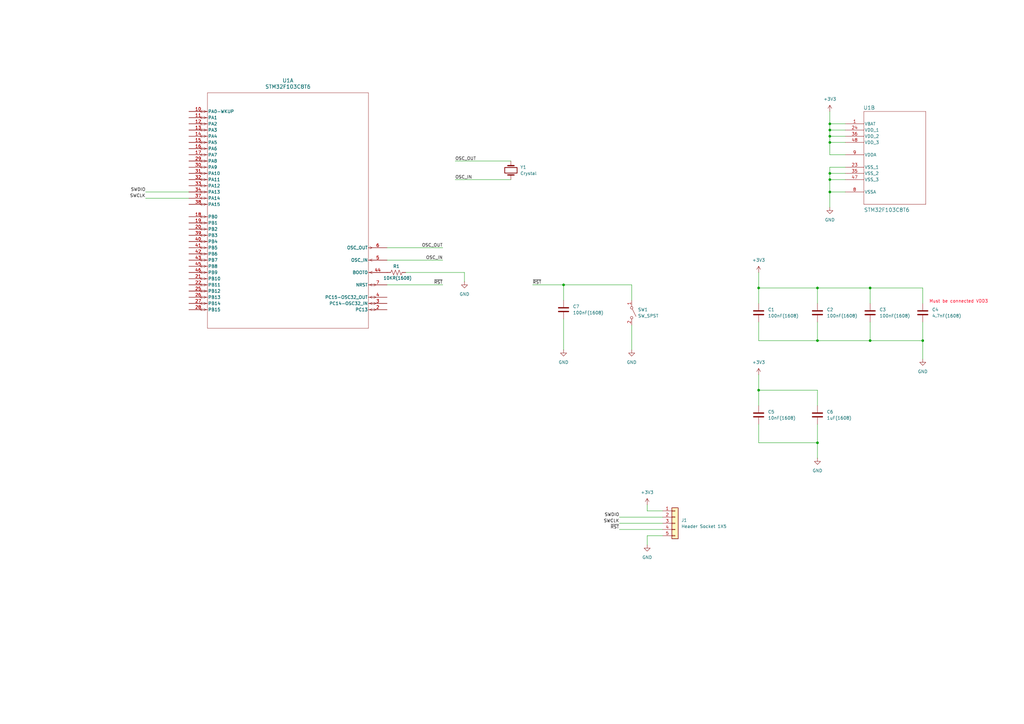
<source format=kicad_sch>
(kicad_sch (version 20250114) (generator "eeschema") (generator_version "9.0")
  (paper "A3")
  (lib_symbols
    (symbol "Connector_Generic:Conn_01x05" (pin_names (offset 1.016) (hide yes))
      (property "Reference" "J" (at 0 7.62 0))
      (property "Value" "Conn_01x05" (at 0 -7.62 0))
      (symbol "Conn_01x05_1_1"
        (rectangle (start -1.27 6.35) (end 1.27 -6.35) (stroke (width 0.254)) (fill (type background)))
        (rectangle (start -1.27 5.207) (end 0 4.953) (stroke (width 0.1524)))
        (rectangle (start -1.27 2.667) (end 0 2.413) (stroke (width 0.1524)))
        (rectangle (start -1.27 0.127) (end 0 -0.127) (stroke (width 0.1524)))
        (rectangle (start -1.27 -2.413) (end 0 -2.667) (stroke (width 0.1524)))
        (rectangle (start -1.27 -4.953) (end 0 -5.207) (stroke (width 0.1524)))
        (pin passive line (at -5.08 5.08 0) (length 3.81) (name "Pin_1") (number "1"))
        (pin passive line (at -5.08 2.54 0) (length 3.81) (name "Pin_2") (number "2"))
        (pin passive line (at -5.08 0 0) (length 3.81) (name "Pin_3") (number "3"))
        (pin passive line (at -5.08 -2.54 0) (length 3.81) (name "Pin_4") (number "4"))
        (pin passive line (at -5.08 -5.08 0) (length 3.81) (name "Pin_5") (number "5"))
      )
    )
    (symbol "Device:C" (pin_numbers (hide yes)) (pin_names (offset 0.254))
      (property "Reference" "C" (at 0.635 2.54 0))
      (property "Value" "C" (at 0.635 -2.54 0))
      (symbol "C_0_1"
        (polyline (pts (xy -2.032 0.762) (xy 2.032 0.762)) (stroke (width 0.508)))
        (polyline (pts (xy -2.032 -0.762) (xy 2.032 -0.762)) (stroke (width 0.508)))
      )
      (symbol "C_1_1"
        (pin passive line (at 0 3.81 270) (length 2.794) (name "~") (number "1"))
        (pin passive line (at 0 -3.81 90) (length 2.794) (name "~") (number "2"))
      )
    )
    (symbol "Device:Crystal" (pin_numbers (hide yes)) (pin_names (offset 1.016) (hide yes))
      (property "Reference" "Y" (at 0 3.81 0))
      (property "Value" "Crystal" (at 0 -3.81 0))
      (symbol "Crystal_0_1"
        (polyline (pts (xy -2.54 0) (xy -1.905 0)))
        (polyline (pts (xy -1.905 -1.27) (xy -1.905 1.27)) (stroke (width 0.508)))
        (rectangle (start -1.143 2.54) (end 1.143 -2.54) (stroke (width 0.3048)))
        (polyline (pts (xy 1.905 -1.27) (xy 1.905 1.27)) (stroke (width 0.508)))
        (polyline (pts (xy 2.54 0) (xy 1.905 0)))
      )
      (symbol "Crystal_1_1"
        (pin passive line (at -3.81 0 0) (length 1.27) (name "1") (number "1"))
        (pin passive line (at 3.81 0 180) (length 1.27) (name "2") (number "2"))
      )
    )
    (symbol "Device:R_US" (pin_numbers (hide yes)) (pin_names (offset 0))
      (property "Reference" "R" (at 2.54 0 90))
      (property "Value" "R_US" (at -2.54 0 90))
      (symbol "R_US_0_1"
        (polyline (pts (xy 0 2.286) (xy 0 2.54)))
        (polyline (pts (xy 0 2.286) (xy 1.016 1.905) (xy 0 1.524) (xy -1.016 1.143) (xy 0 0.762)))
        (polyline (pts (xy 0 0.762) (xy 1.016 0.381) (xy 0 0) (xy -1.016 -0.381) (xy 0 -0.762)))
        (polyline (pts (xy 0 -0.762) (xy 1.016 -1.143) (xy 0 -1.524) (xy -1.016 -1.905) (xy 0 -2.286)))
        (polyline (pts (xy 0 -2.286) (xy 0 -2.54)))
      )
      (symbol "R_US_1_1"
        (pin passive line (at 0 3.81 270) (length 1.27) (name "~") (number "1"))
        (pin passive line (at 0 -3.81 90) (length 1.27) (name "~") (number "2"))
      )
    )
    (symbol "Switch:SW_SPST" (pin_names (offset 0) (hide yes))
      (property "Reference" "SW" (at 0 3.175 0))
      (property "Value" "SW_SPST" (at 0 -2.54 0))
      (symbol "SW_SPST_0_0"
        (circle (center -2.032 0) (radius 0.508))
        (polyline (pts (xy -1.524 0.254) (xy 1.524 1.778)))
        (circle (center 2.032 0) (radius 0.508))
      )
      (symbol "SW_SPST_1_1"
        (pin passive line (at -5.08 0 0) (length 2.54) (name "A") (number "1"))
        (pin passive line (at 5.08 0 180) (length 2.54) (name "B") (number "2"))
      )
    )
    (symbol "Test_library:STM32F103C8T6" (pin_names (offset 0.254))
      (property "Reference" "U" (at 40.64 12.7 0))
      (property "Value" "STM32F103C8T6" (at 40.64 10.16 0))
      (symbol "STM32F103C8T6_1_1"
        (polyline (pts (xy 5.5372 0.5207) (xy 4.4958 0)) (stroke (width 0.127)))
        (polyline (pts (xy 5.5372 -0.5207) (xy 4.4958 0)) (stroke (width 0.127)))
        (polyline (pts (xy 5.5372 -2.0193) (xy 4.4958 -2.54)) (stroke (width 0.127)))
        (polyline (pts (xy 5.5372 -3.0607) (xy 4.4958 -2.54)) (stroke (width 0.127)))
        (polyline (pts (xy 5.5372 -4.5593) (xy 4.4958 -5.08)) (stroke (width 0.127)))
        (polyline (pts (xy 5.5372 -5.6007) (xy 4.4958 -5.08)) (stroke (width 0.127)))
        (polyline (pts (xy 5.5372 -7.0993) (xy 4.4958 -7.62)) (stroke (width 0.127)))
        (polyline (pts (xy 5.5372 -8.1407) (xy 4.4958 -7.62)) (stroke (width 0.127)))
        (polyline (pts (xy 5.5372 -9.6393) (xy 4.4958 -10.16)) (stroke (width 0.127)))
        (polyline (pts (xy 5.5372 -10.6807) (xy 4.4958 -10.16)) (stroke (width 0.127)))
        (polyline (pts (xy 5.5372 -12.1793) (xy 4.4958 -12.7)) (stroke (width 0.127)))
        (polyline (pts (xy 5.5372 -13.2207) (xy 4.4958 -12.7)) (stroke (width 0.127)))
        (polyline (pts (xy 5.5372 -14.7193) (xy 4.4958 -15.24)) (stroke (width 0.127)))
        (polyline (pts (xy 5.5372 -15.7607) (xy 4.4958 -15.24)) (stroke (width 0.127)))
        (polyline (pts (xy 5.5372 -17.2593) (xy 4.4958 -17.78)) (stroke (width 0.127)))
        (polyline (pts (xy 5.5372 -18.3007) (xy 4.4958 -17.78)) (stroke (width 0.127)))
        (polyline (pts (xy 5.5372 -19.7993) (xy 4.4958 -20.32)) (stroke (width 0.127)))
        (polyline (pts (xy 5.5372 -20.8407) (xy 4.4958 -20.32)) (stroke (width 0.127)))
        (polyline (pts (xy 5.5372 -22.3393) (xy 4.4958 -22.86)) (stroke (width 0.127)))
        (polyline (pts (xy 5.5372 -23.3807) (xy 4.4958 -22.86)) (stroke (width 0.127)))
        (polyline (pts (xy 5.5372 -24.8793) (xy 4.4958 -25.4)) (stroke (width 0.127)))
        (polyline (pts (xy 5.5372 -25.9207) (xy 4.4958 -25.4)) (stroke (width 0.127)))
        (polyline (pts (xy 5.5372 -27.4193) (xy 4.4958 -27.94)) (stroke (width 0.127)))
        (polyline (pts (xy 5.5372 -28.4607) (xy 4.4958 -27.94)) (stroke (width 0.127)))
        (polyline (pts (xy 5.5372 -29.9593) (xy 4.4958 -30.48)) (stroke (width 0.127)))
        (polyline (pts (xy 5.5372 -31.0007) (xy 4.4958 -30.48)) (stroke (width 0.127)))
        (polyline (pts (xy 5.5372 -32.4993) (xy 4.4958 -33.02)) (stroke (width 0.127)))
        (polyline (pts (xy 5.5372 -33.5407) (xy 4.4958 -33.02)) (stroke (width 0.127)))
        (polyline (pts (xy 5.5372 -35.0393) (xy 4.4958 -35.56)) (stroke (width 0.127)))
        (polyline (pts (xy 5.5372 -36.0807) (xy 4.4958 -35.56)) (stroke (width 0.127)))
        (polyline (pts (xy 5.5372 -37.5793) (xy 4.4958 -38.1)) (stroke (width 0.127)))
        (polyline (pts (xy 5.5372 -38.6207) (xy 4.4958 -38.1)) (stroke (width 0.127)))
        (polyline (pts (xy 5.5372 -42.6593) (xy 4.4958 -43.18)) (stroke (width 0.127)))
        (polyline (pts (xy 5.5372 -43.7007) (xy 4.4958 -43.18)) (stroke (width 0.127)))
        (polyline (pts (xy 5.5372 -45.1993) (xy 4.4958 -45.72)) (stroke (width 0.127)))
        (polyline (pts (xy 5.5372 -46.2407) (xy 4.4958 -45.72)) (stroke (width 0.127)))
        (polyline (pts (xy 5.5372 -47.7393) (xy 4.4958 -48.26)) (stroke (width 0.127)))
        (polyline (pts (xy 5.5372 -48.7807) (xy 4.4958 -48.26)) (stroke (width 0.127)))
        (polyline (pts (xy 5.5372 -50.2793) (xy 4.4958 -50.8)) (stroke (width 0.127)))
        (polyline (pts (xy 5.5372 -51.3207) (xy 4.4958 -50.8)) (stroke (width 0.127)))
        (polyline (pts (xy 5.5372 -52.8193) (xy 4.4958 -53.34)) (stroke (width 0.127)))
        (polyline (pts (xy 5.5372 -53.8607) (xy 4.4958 -53.34)) (stroke (width 0.127)))
        (polyline (pts (xy 5.5372 -55.3593) (xy 4.4958 -55.88)) (stroke (width 0.127)))
        (polyline (pts (xy 5.5372 -56.4007) (xy 4.4958 -55.88)) (stroke (width 0.127)))
        (polyline (pts (xy 5.5372 -57.8993) (xy 4.4958 -58.42)) (stroke (width 0.127)))
        (polyline (pts (xy 5.5372 -58.9407) (xy 4.4958 -58.42)) (stroke (width 0.127)))
        (polyline (pts (xy 5.5372 -60.4393) (xy 4.4958 -60.96)) (stroke (width 0.127)))
        (polyline (pts (xy 5.5372 -61.4807) (xy 4.4958 -60.96)) (stroke (width 0.127)))
        (polyline (pts (xy 5.5372 -62.9793) (xy 4.4958 -63.5)) (stroke (width 0.127)))
        (polyline (pts (xy 5.5372 -64.0207) (xy 4.4958 -63.5)) (stroke (width 0.127)))
        (polyline (pts (xy 5.5372 -65.5193) (xy 4.4958 -66.04)) (stroke (width 0.127)))
        (polyline (pts (xy 5.5372 -66.5607) (xy 4.4958 -66.04)) (stroke (width 0.127)))
        (polyline (pts (xy 5.5372 -68.0593) (xy 4.4958 -68.58)) (stroke (width 0.127)))
        (polyline (pts (xy 5.5372 -69.1007) (xy 4.4958 -68.58)) (stroke (width 0.127)))
        (polyline (pts (xy 5.5372 -70.5993) (xy 4.4958 -71.12)) (stroke (width 0.127)))
        (polyline (pts (xy 5.5372 -71.6407) (xy 4.4958 -71.12)) (stroke (width 0.127)))
        (polyline (pts (xy 5.5372 -73.1393) (xy 4.4958 -73.66)) (stroke (width 0.127)))
        (polyline (pts (xy 5.5372 -74.1807) (xy 4.4958 -73.66)) (stroke (width 0.127)))
        (polyline (pts (xy 5.5372 -75.6793) (xy 4.4958 -76.2)) (stroke (width 0.127)))
        (polyline (pts (xy 5.5372 -76.7207) (xy 4.4958 -76.2)) (stroke (width 0.127)))
        (polyline (pts (xy 5.5372 -78.2193) (xy 4.4958 -78.74)) (stroke (width 0.127)))
        (polyline (pts (xy 5.5372 -79.2607) (xy 4.4958 -78.74)) (stroke (width 0.127)))
        (polyline (pts (xy 5.5372 -80.7593) (xy 4.4958 -81.28)) (stroke (width 0.127)))
        (polyline (pts (xy 5.5372 -81.8007) (xy 4.4958 -81.28)) (stroke (width 0.127)))
        (polyline (pts (xy 7.0993 0) (xy 6.0579 0.5207)) (stroke (width 0.127)))
        (polyline (pts (xy 7.0993 0) (xy 6.0579 -0.5207)) (stroke (width 0.127)))
        (polyline (pts (xy 7.0993 -2.54) (xy 6.0579 -2.0193)) (stroke (width 0.127)))
        (polyline (pts (xy 7.0993 -2.54) (xy 6.0579 -3.0607)) (stroke (width 0.127)))
        (polyline (pts (xy 7.0993 -5.08) (xy 6.0579 -4.5593)) (stroke (width 0.127)))
        (polyline (pts (xy 7.0993 -5.08) (xy 6.0579 -5.6007)) (stroke (width 0.127)))
        (polyline (pts (xy 7.0993 -7.62) (xy 6.0579 -7.0993)) (stroke (width 0.127)))
        (polyline (pts (xy 7.0993 -7.62) (xy 6.0579 -8.1407)) (stroke (width 0.127)))
        (polyline (pts (xy 7.0993 -10.16) (xy 6.0579 -9.6393)) (stroke (width 0.127)))
        (polyline (pts (xy 7.0993 -10.16) (xy 6.0579 -10.6807)) (stroke (width 0.127)))
        (polyline (pts (xy 7.0993 -12.7) (xy 6.0579 -12.1793)) (stroke (width 0.127)))
        (polyline (pts (xy 7.0993 -12.7) (xy 6.0579 -13.2207)) (stroke (width 0.127)))
        (polyline (pts (xy 7.0993 -15.24) (xy 6.0579 -14.7193)) (stroke (width 0.127)))
        (polyline (pts (xy 7.0993 -15.24) (xy 6.0579 -15.7607)) (stroke (width 0.127)))
        (polyline (pts (xy 7.0993 -17.78) (xy 6.0579 -17.2593)) (stroke (width 0.127)))
        (polyline (pts (xy 7.0993 -17.78) (xy 6.0579 -18.3007)) (stroke (width 0.127)))
        (polyline (pts (xy 7.0993 -20.32) (xy 6.0579 -19.7993)) (stroke (width 0.127)))
        (polyline (pts (xy 7.0993 -20.32) (xy 6.0579 -20.8407)) (stroke (width 0.127)))
        (polyline (pts (xy 7.0993 -22.86) (xy 6.0579 -22.3393)) (stroke (width 0.127)))
        (polyline (pts (xy 7.0993 -22.86) (xy 6.0579 -23.3807)) (stroke (width 0.127)))
        (polyline (pts (xy 7.0993 -25.4) (xy 6.0579 -24.8793)) (stroke (width 0.127)))
        (polyline (pts (xy 7.0993 -25.4) (xy 6.0579 -25.9207)) (stroke (width 0.127)))
        (polyline (pts (xy 7.0993 -27.94) (xy 6.0579 -27.4193)) (stroke (width 0.127)))
        (polyline (pts (xy 7.0993 -27.94) (xy 6.0579 -28.4607)) (stroke (width 0.127)))
        (polyline (pts (xy 7.0993 -30.48) (xy 6.0579 -29.9593)) (stroke (width 0.127)))
        (polyline (pts (xy 7.0993 -30.48) (xy 6.0579 -31.0007)) (stroke (width 0.127)))
        (polyline (pts (xy 7.0993 -33.02) (xy 6.0579 -32.4993)) (stroke (width 0.127)))
        (polyline (pts (xy 7.0993 -33.02) (xy 6.0579 -33.5407)) (stroke (width 0.127)))
        (polyline (pts (xy 7.0993 -35.56) (xy 6.0579 -35.0393)) (stroke (width 0.127)))
        (polyline (pts (xy 7.0993 -35.56) (xy 6.0579 -36.0807)) (stroke (width 0.127)))
        (polyline (pts (xy 7.0993 -38.1) (xy 6.0579 -37.5793)) (stroke (width 0.127)))
        (polyline (pts (xy 7.0993 -38.1) (xy 6.0579 -38.6207)) (stroke (width 0.127)))
        (polyline (pts (xy 7.0993 -43.18) (xy 6.0579 -42.6593)) (stroke (width 0.127)))
        (polyline (pts (xy 7.0993 -43.18) (xy 6.0579 -43.7007)) (stroke (width 0.127)))
        (polyline (pts (xy 7.0993 -45.72) (xy 6.0579 -45.1993)) (stroke (width 0.127)))
        (polyline (pts (xy 7.0993 -45.72) (xy 6.0579 -46.2407)) (stroke (width 0.127)))
        (polyline (pts (xy 7.0993 -48.26) (xy 6.0579 -47.7393)) (stroke (width 0.127)))
        (polyline (pts (xy 7.0993 -48.26) (xy 6.0579 -48.7807)) (stroke (width 0.127)))
        (polyline (pts (xy 7.0993 -50.8) (xy 6.0579 -50.2793)) (stroke (width 0.127)))
        (polyline (pts (xy 7.0993 -50.8) (xy 6.0579 -51.3207)) (stroke (width 0.127)))
        (polyline (pts (xy 7.0993 -53.34) (xy 6.0579 -52.8193)) (stroke (width 0.127)))
        (polyline (pts (xy 7.0993 -53.34) (xy 6.0579 -53.8607)) (stroke (width 0.127)))
        (polyline (pts (xy 7.0993 -55.88) (xy 6.0579 -55.3593)) (stroke (width 0.127)))
        (polyline (pts (xy 7.0993 -55.88) (xy 6.0579 -56.4007)) (stroke (width 0.127)))
        (polyline (pts (xy 7.0993 -58.42) (xy 6.0579 -57.8993)) (stroke (width 0.127)))
        (polyline (pts (xy 7.0993 -58.42) (xy 6.0579 -58.9407)) (stroke (width 0.127)))
        (polyline (pts (xy 7.0993 -60.96) (xy 6.0579 -60.4393)) (stroke (width 0.127)))
        (polyline (pts (xy 7.0993 -60.96) (xy 6.0579 -61.4807)) (stroke (width 0.127)))
        (polyline (pts (xy 7.0993 -63.5) (xy 6.0579 -62.9793)) (stroke (width 0.127)))
        (polyline (pts (xy 7.0993 -63.5) (xy 6.0579 -64.0207)) (stroke (width 0.127)))
        (polyline (pts (xy 7.0993 -66.04) (xy 6.0579 -65.5193)) (stroke (width 0.127)))
        (polyline (pts (xy 7.0993 -66.04) (xy 6.0579 -66.5607)) (stroke (width 0.127)))
        (polyline (pts (xy 7.0993 -68.58) (xy 6.0579 -68.0593)) (stroke (width 0.127)))
        (polyline (pts (xy 7.0993 -68.58) (xy 6.0579 -69.1007)) (stroke (width 0.127)))
        (polyline (pts (xy 7.0993 -71.12) (xy 6.0579 -70.5993)) (stroke (width 0.127)))
        (polyline (pts (xy 7.0993 -71.12) (xy 6.0579 -71.6407)) (stroke (width 0.127)))
        (polyline (pts (xy 7.0993 -73.66) (xy 6.0579 -73.1393)) (stroke (width 0.127)))
        (polyline (pts (xy 7.0993 -73.66) (xy 6.0579 -74.1807)) (stroke (width 0.127)))
        (polyline (pts (xy 7.0993 -76.2) (xy 6.0579 -75.6793)) (stroke (width 0.127)))
        (polyline (pts (xy 7.0993 -76.2) (xy 6.0579 -76.7207)) (stroke (width 0.127)))
        (polyline (pts (xy 7.0993 -78.74) (xy 6.0579 -78.2193)) (stroke (width 0.127)))
        (polyline (pts (xy 7.0993 -78.74) (xy 6.0579 -79.2607)) (stroke (width 0.127)))
        (polyline (pts (xy 7.0993 -81.28) (xy 6.0579 -80.7593)) (stroke (width 0.127)))
        (polyline (pts (xy 7.0993 -81.28) (xy 6.0579 -81.8007)) (stroke (width 0.127)))
        (polyline (pts (xy 7.62 7.62) (xy 7.62 -88.9)) (stroke (width 0.127)))
        (polyline (pts (xy 7.62 -88.9) (xy 73.66 -88.9)) (stroke (width 0.127)))
        (polyline (pts (xy 73.66 7.62) (xy 7.62 7.62)) (stroke (width 0.127)))
        (polyline (pts (xy 73.66 -88.9) (xy 73.66 7.62)) (stroke (width 0.127)))
        (polyline (pts (xy 74.1807 -55.3593) (xy 75.2221 -55.88)) (stroke (width 0.127)))
        (polyline (pts (xy 74.1807 -56.4007) (xy 75.2221 -55.88)) (stroke (width 0.127)))
        (polyline (pts (xy 74.1807 -60.96) (xy 75.2221 -60.4393)) (stroke (width 0.127)))
        (polyline (pts (xy 74.1807 -60.96) (xy 75.2221 -61.4807)) (stroke (width 0.127)))
        (polyline (pts (xy 74.1807 -66.04) (xy 75.2221 -65.5193)) (stroke (width 0.127)))
        (polyline (pts (xy 74.1807 -66.04) (xy 75.2221 -66.5607)) (stroke (width 0.127)))
        (polyline (pts (xy 74.1807 -71.12) (xy 75.2221 -70.5993)) (stroke (width 0.127)))
        (polyline (pts (xy 74.1807 -71.12) (xy 75.2221 -71.6407)) (stroke (width 0.127)))
        (polyline (pts (xy 74.1807 -76.2) (xy 75.2221 -75.6793)) (stroke (width 0.127)))
        (polyline (pts (xy 74.1807 -76.2) (xy 75.2221 -76.7207)) (stroke (width 0.127)))
        (polyline (pts (xy 74.1807 -78.74) (xy 75.2221 -78.2193)) (stroke (width 0.127)))
        (polyline (pts (xy 74.1807 -78.74) (xy 75.2221 -79.2607)) (stroke (width 0.127)))
        (polyline (pts (xy 74.1807 -81.28) (xy 75.2221 -80.7593)) (stroke (width 0.127)))
        (polyline (pts (xy 74.1807 -81.28) (xy 75.2221 -81.8007)) (stroke (width 0.127)))
        (polyline (pts (xy 75.7428 -70.5993) (xy 76.7842 -71.12)) (stroke (width 0.127)))
        (polyline (pts (xy 75.7428 -71.6407) (xy 76.7842 -71.12)) (stroke (width 0.127)))
        (polyline (pts (xy 75.7428 -75.6793) (xy 76.7842 -76.2)) (stroke (width 0.127)))
        (polyline (pts (xy 75.7428 -76.7207) (xy 76.7842 -76.2)) (stroke (width 0.127)))
        (polyline (pts (xy 75.7428 -78.2193) (xy 76.7842 -78.74)) (stroke (width 0.127)))
        (polyline (pts (xy 75.7428 -79.2607) (xy 76.7842 -78.74)) (stroke (width 0.127)))
        (polyline (pts (xy 75.7428 -80.7593) (xy 76.7842 -81.28)) (stroke (width 0.127)))
        (polyline (pts (xy 75.7428 -81.8007) (xy 76.7842 -81.28)) (stroke (width 0.127)))
        (pin bidirectional line (at 0 0 0) (length 7.62) (name "PA0-WKUP") (number "10"))
        (pin bidirectional line (at 0 -2.54 0) (length 7.62) (name "PA1") (number "11"))
        (pin bidirectional line (at 0 -5.08 0) (length 7.62) (name "PA2") (number "12"))
        (pin bidirectional line (at 0 -7.62 0) (length 7.62) (name "PA3") (number "13"))
        (pin bidirectional line (at 0 -10.16 0) (length 7.62) (name "PA4") (number "14"))
        (pin bidirectional line (at 0 -12.7 0) (length 7.62) (name "PA5") (number "15"))
        (pin bidirectional line (at 0 -15.24 0) (length 7.62) (name "PA6") (number "16"))
        (pin bidirectional line (at 0 -17.78 0) (length 7.62) (name "PA7") (number "17"))
        (pin bidirectional line (at 0 -20.32 0) (length 7.62) (name "PA8") (number "29"))
        (pin bidirectional line (at 0 -22.86 0) (length 7.62) (name "PA9") (number "30"))
        (pin bidirectional line (at 0 -25.4 0) (length 7.62) (name "PA10") (number "31"))
        (pin bidirectional line (at 0 -27.94 0) (length 7.62) (name "PA11") (number "32"))
        (pin bidirectional line (at 0 -30.48 0) (length 7.62) (name "PA12") (number "33"))
        (pin bidirectional line (at 0 -33.02 0) (length 7.62) (name "PA13") (number "34"))
        (pin bidirectional line (at 0 -35.56 0) (length 7.62) (name "PA14") (number "37"))
        (pin bidirectional line (at 0 -38.1 0) (length 7.62) (name "PA15") (number "38"))
        (pin bidirectional line (at 0 -43.18 0) (length 7.62) (name "PB0") (number "18"))
        (pin bidirectional line (at 0 -45.72 0) (length 7.62) (name "PB1") (number "19"))
        (pin bidirectional line (at 0 -48.26 0) (length 7.62) (name "PB2") (number "20"))
        (pin bidirectional line (at 0 -50.8 0) (length 7.62) (name "PB3") (number "39"))
        (pin bidirectional line (at 0 -53.34 0) (length 7.62) (name "PB4") (number "40"))
        (pin bidirectional line (at 0 -55.88 0) (length 7.62) (name "PB5") (number "41"))
        (pin bidirectional line (at 0 -58.42 0) (length 7.62) (name "PB6") (number "42"))
        (pin bidirectional line (at 0 -60.96 0) (length 7.62) (name "PB7") (number "43"))
        (pin bidirectional line (at 0 -63.5 0) (length 7.62) (name "PB8") (number "45"))
        (pin bidirectional line (at 0 -66.04 0) (length 7.62) (name "PB9") (number "46"))
        (pin bidirectional line (at 0 -68.58 0) (length 7.62) (name "PB10") (number "21"))
        (pin bidirectional line (at 0 -71.12 0) (length 7.62) (name "PB11") (number "22"))
        (pin bidirectional line (at 0 -73.66 0) (length 7.62) (name "PB12") (number "25"))
        (pin bidirectional line (at 0 -76.2 0) (length 7.62) (name "PB13") (number "26"))
        (pin bidirectional line (at 0 -78.74 0) (length 7.62) (name "PB14") (number "27"))
        (pin bidirectional line (at 0 -81.28 0) (length 7.62) (name "PB15") (number "28"))
        (pin output line (at 81.28 -55.88 180) (length 7.62) (name "OSC_OUT") (number "6"))
        (pin input line (at 81.28 -60.96 180) (length 7.62) (name "OSC_IN") (number "5"))
        (pin input line (at 81.28 -66.04 180) (length 7.62) (name "BOOT0") (number "44"))
        (pin bidirectional line (at 81.28 -71.12 180) (length 7.62) (name "NRST") (number "7"))
        (pin bidirectional line (at 81.28 -76.2 180) (length 7.62) (name "PC15-OSC32_OUT") (number "4"))
        (pin bidirectional line (at 81.28 -78.74 180) (length 7.62) (name "PC14-OSC32_IN") (number "3"))
        (pin bidirectional line (at 81.28 -81.28 180) (length 7.62) (name "PC13") (number "2"))
      )
      (symbol "STM32F103C8T6_2_1"
        (polyline (pts (xy 7.62 5.08) (xy 7.62 -33.02)) (stroke (width 0.127)))
        (polyline (pts (xy 7.62 -33.02) (xy 33.02 -33.02)) (stroke (width 0.127)))
        (polyline (pts (xy 33.02 5.08) (xy 7.62 5.08)) (stroke (width 0.127)))
        (polyline (pts (xy 33.02 -33.02) (xy 33.02 5.08)) (stroke (width 0.127)))
        (pin power_in line (at 0 0 0) (length 7.62) (name "VBAT") (number "1"))
        (pin power_in line (at 0 -2.54 0) (length 7.62) (name "VDD_1") (number "24"))
        (pin power_in line (at 0 -5.08 0) (length 7.62) (name "VDD_2") (number "36"))
        (pin power_in line (at 0 -7.62 0) (length 7.62) (name "VDD_3") (number "48"))
        (pin power_in line (at 0 -12.7 0) (length 7.62) (name "VDDA") (number "9"))
        (pin power_in line (at 0 -17.78 0) (length 7.62) (name "VSS_1") (number "23"))
        (pin power_in line (at 0 -20.32 0) (length 7.62) (name "VSS_2") (number "35"))
        (pin power_in line (at 0 -22.86 0) (length 7.62) (name "VSS_3") (number "47"))
        (pin power_in line (at 0 -27.94 0) (length 7.62) (name "VSSA") (number "8"))
      )
    )
    (symbol "power:+3V3" (power) (pin_numbers (hide yes)) (pin_names (offset 0) (hide yes))
      (property "Value" "+3V3" (at 0 3.556 0))
      (symbol "+3V3_0_1"
        (polyline (pts (xy -0.762 1.27) (xy 0 2.54)))
        (polyline (pts (xy 0 2.54) (xy 0.762 1.27)))
        (polyline (pts (xy 0 0) (xy 0 2.54)))
      )
      (symbol "+3V3_1_1"
        (pin power_in line (at 0 0 90) (length 0) (name "~") (number "1"))
      )
    )
    (symbol "power:GND" (power) (pin_numbers (hide yes)) (pin_names (offset 0) (hide yes))
      (property "Value" "GND" (at 0 -3.81 0))
      (symbol "GND_0_1"
        (polyline (pts (xy 0 0) (xy 0 -1.27) (xy 1.27 -1.27) (xy 0 -2.54) (xy -1.27 -1.27) (xy 0 -1.27)))
      )
      (symbol "GND_1_1"
        (pin power_in line (at 0 0 270) (length 0) (name "~") (number "1"))
      )
    )
  )
  (text "Must be connected VDD3" (at 393.192 123.698 0) (effects (font (size 1.27 1.27))))
  (junction (at 340.36 78.74))
  (junction (at 340.36 53.34))
  (junction (at 335.28 139.7))
  (junction (at 356.87 118.11))
  (junction (at 340.36 50.8))
  (junction (at 335.28 118.11))
  (junction (at 340.36 58.42))
  (junction (at 311.15 160.02))
  (junction (at 340.36 73.66))
  (junction (at 231.14 116.84))
  (junction (at 340.36 55.88))
  (junction (at 335.28 181.61))
  (junction (at 311.15 118.11))
  (junction (at 340.36 71.12))
  (junction (at 356.87 139.7))
  (junction (at 378.46 139.7))
  (wire (pts (xy 346.71 55.88) (xy 340.36 55.88)))
  (wire (pts (xy 231.14 130.81) (xy 231.14 143.51)))
  (wire (pts (xy 311.15 139.7) (xy 335.28 139.7)))
  (wire (pts (xy 340.36 63.5) (xy 340.36 58.42)))
  (wire (pts (xy 340.36 50.8) (xy 340.36 45.72)))
  (wire (pts (xy 340.36 73.66) (xy 346.71 73.66)))
  (wire (pts (xy 335.28 118.11) (xy 356.87 118.11)))
  (wire (pts (xy 254 217.17) (xy 271.78 217.17)))
  (wire (pts (xy 190.5 111.76) (xy 190.5 115.57)))
  (wire (pts (xy 346.71 68.58) (xy 340.36 68.58)))
  (wire (pts (xy 218.44 116.84) (xy 231.14 116.84)))
  (wire (pts (xy 166.37 111.76) (xy 190.5 111.76)))
  (wire (pts (xy 311.15 132.08) (xy 311.15 139.7)))
  (wire (pts (xy 311.15 181.61) (xy 335.28 181.61)))
  (wire (pts (xy 340.36 50.8) (xy 346.71 50.8)))
  (wire (pts (xy 59.69 78.74) (xy 77.47 78.74)))
  (wire (pts (xy 209.55 66.04) (xy 186.69 66.04)))
  (wire (pts (xy 335.28 118.11) (xy 335.28 124.46)))
  (wire (pts (xy 265.43 223.52) (xy 265.43 219.71)))
  (wire (pts (xy 158.75 101.6) (xy 181.61 101.6)))
  (wire (pts (xy 265.43 207.01) (xy 265.43 209.55)))
  (wire (pts (xy 254 212.09) (xy 271.78 212.09)))
  (wire (pts (xy 378.46 139.7) (xy 356.87 139.7)))
  (wire (pts (xy 311.15 118.11) (xy 335.28 118.11)))
  (wire (pts (xy 340.36 71.12) (xy 340.36 73.66)))
  (wire (pts (xy 340.36 78.74) (xy 340.36 85.09)))
  (wire (pts (xy 59.69 81.28) (xy 77.47 81.28)))
  (wire (pts (xy 265.43 209.55) (xy 271.78 209.55)))
  (wire (pts (xy 311.15 153.67) (xy 311.15 160.02)))
  (wire (pts (xy 209.55 73.66) (xy 186.69 73.66)))
  (wire (pts (xy 340.36 55.88) (xy 340.36 53.34)))
  (wire (pts (xy 378.46 124.46) (xy 378.46 118.11)))
  (wire (pts (xy 340.36 58.42) (xy 340.36 55.88)))
  (wire (pts (xy 311.15 111.76) (xy 311.15 118.11)))
  (wire (pts (xy 265.43 219.71) (xy 271.78 219.71)))
  (wire (pts (xy 346.71 58.42) (xy 340.36 58.42)))
  (wire (pts (xy 346.71 63.5) (xy 340.36 63.5)))
  (wire (pts (xy 335.28 132.08) (xy 335.28 139.7)))
  (wire (pts (xy 254 214.63) (xy 271.78 214.63)))
  (wire (pts (xy 158.75 106.68) (xy 181.61 106.68)))
  (wire (pts (xy 311.15 160.02) (xy 311.15 166.37)))
  (wire (pts (xy 311.15 160.02) (xy 335.28 160.02)))
  (wire (pts (xy 335.28 139.7) (xy 356.87 139.7)))
  (wire (pts (xy 259.08 116.84) (xy 259.08 123.19)))
  (wire (pts (xy 378.46 139.7) (xy 378.46 147.32)))
  (wire (pts (xy 231.14 116.84) (xy 259.08 116.84)))
  (wire (pts (xy 335.28 181.61) (xy 335.28 187.96)))
  (wire (pts (xy 340.36 53.34) (xy 340.36 50.8)))
  (wire (pts (xy 340.36 68.58) (xy 340.36 71.12)))
  (wire (pts (xy 346.71 53.34) (xy 340.36 53.34)))
  (wire (pts (xy 356.87 118.11) (xy 356.87 124.46)))
  (wire (pts (xy 311.15 118.11) (xy 311.15 124.46)))
  (wire (pts (xy 158.75 116.84) (xy 181.61 116.84)))
  (wire (pts (xy 335.28 173.99) (xy 335.28 181.61)))
  (wire (pts (xy 259.08 133.35) (xy 259.08 143.51)))
  (wire (pts (xy 340.36 78.74) (xy 346.71 78.74)))
  (wire (pts (xy 335.28 160.02) (xy 335.28 166.37)))
  (wire (pts (xy 356.87 132.08) (xy 356.87 139.7)))
  (wire (pts (xy 340.36 71.12) (xy 346.71 71.12)))
  (wire (pts (xy 340.36 73.66) (xy 340.36 78.74)))
  (wire (pts (xy 378.46 118.11) (xy 356.87 118.11)))
  (wire (pts (xy 311.15 173.99) (xy 311.15 181.61)))
  (wire (pts (xy 231.14 123.19) (xy 231.14 116.84)))
  (wire (pts (xy 378.46 132.08) (xy 378.46 139.7)))
  (label "OSC_OUT" (at 181.61 101.6 180))
  (label "SWCLK" (at 254 214.63 180))
  (label "SWDIO" (at 59.69 78.74 180))
  (label "SWCLK" (at 59.69 81.28 180))
  (label "OSC_OUT" (at 186.69 66.04 0))
  (label "~{RST}" (at 181.61 116.84 180))
  (label "~{RST}" (at 218.44 116.84 0))
  (label "OSC_IN" (at 181.61 106.68 180))
  (label "OSC_IN" (at 186.69 73.66 0))
  (label "SWDIO" (at 254 212.09 180))
  (label "~{RST}" (at 254 217.17 180))
  (symbol (lib_id "power:+3V3") (at 311.15 111.76 0) (unit 1)
    (property "Reference" "#PWR01" (effects (hide yes)))
    (property "Value" "+3V3" (at 311.15 106.68 0))
    (property "Description" "Power symbol creates a global label with name \"+3V3\"" (effects (hide yes)))
  )
  (symbol (lib_id "Connector_Generic:Conn_01x05") (at 276.86 214.63 0) (unit 1)
    (property "Reference" "J1" (at 279.4 213.3599 0) (effects (justify left)))
    (property "Value" "Header Socket 1X5" (at 279.4 215.8999 0) (effects (justify left)))
    (property "Description" "Generic connector, single row, 01x05, script generated (kicad-library-utils/schlib/autogen/connector/)" (effects (hide yes)))
  )
  (symbol (lib_id "Test_library:STM32F103C8T6") (at 346.71 50.8 0) (unit 2)
    (property "Reference" "U1" (at 354.076 44.196 0) (effects (font (size 1.524 1.524)) (justify left)))
    (property "Value" "STM32F103C8T6" (at 354.33 86.106 0) (effects (font (size 1.524 1.524)) (justify left)))
    (property "Footprint" "LQFP48_STM" (effects (hide yes)))
    (property "Datasheet" "https://www.st.com/resource/en/datasheet/stm32f103c8.pdf" (effects (hide yes)))
  )
  (symbol (lib_id "Test_library:STM32F103C8T6") (at 77.47 45.72 0) (unit 1)
    (property "Reference" "U1" (at 118.11 33.02 0) (effects (font (size 1.524 1.524))))
    (property "Value" "STM32F103C8T6" (at 118.11 35.56 0) (effects (font (size 1.524 1.524))))
    (property "Footprint" "LQFP48_STM" (effects (hide yes)))
    (property "Datasheet" "https://www.st.com/resource/en/datasheet/stm32f103c8.pdf" (effects (hide yes)))
  )
  (symbol (lib_id "power:+3V3") (at 265.43 207.01 0) (unit 1)
    (property "Reference" "#PWR010" (effects (hide yes)))
    (property "Value" "+3V3" (at 265.43 201.93 0))
    (property "Description" "Power symbol creates a global label with name \"+3V3\"" (effects (hide yes)))
  )
  (symbol (lib_id "power:GND") (at 335.28 187.96 0) (unit 1)
    (property "Reference" "#PWR06" (effects (hide yes)))
    (property "Value" "GND" (at 335.28 193.04 0))
    (property "Description" "Power symbol creates a global label with name \"GND\" , ground" (effects (hide yes)))
  )
  (symbol (lib_id "Device:C") (at 311.15 128.27 0) (unit 1)
    (property "Reference" "C1" (at 314.96 126.9999 0) (effects (justify left)))
    (property "Value" "100nF(1608)" (at 314.96 129.5399 0) (effects (justify left)))
    (property "Footprint" "Capacitor_SMD:C_0603_1608Metric" (effects (hide yes)))
    (property "Description" "Unpolarized capacitor" (effects (hide yes)))
  )
  (symbol (lib_id "Device:C") (at 356.87 128.27 0) (unit 1)
    (property "Reference" "C3" (at 360.68 126.9999 0) (effects (justify left)))
    (property "Value" "100nF(1608)" (at 360.68 129.5399 0) (effects (justify left)))
    (property "Footprint" "Capacitor_SMD:C_0603_1608Metric" (effects (hide yes)))
    (property "Description" "Unpolarized capacitor" (effects (hide yes)))
  )
  (symbol (lib_id "Device:C") (at 231.14 127 0) (unit 1)
    (property "Reference" "C7" (at 234.95 125.7299 0) (effects (justify left)))
    (property "Value" "100nF(1608)" (at 234.95 128.2699 0) (effects (justify left)))
    (property "Footprint" "Capacitor_SMD:C_0603_1608Metric" (effects (hide yes)))
    (property "Description" "Unpolarized capacitor" (effects (hide yes)))
  )
  (symbol (lib_id "power:GND") (at 340.36 85.09 0) (unit 1)
    (property "Reference" "#PWR04" (effects (hide yes)))
    (property "Value" "GND" (at 340.36 90.17 0))
    (property "Description" "Power symbol creates a global label with name \"GND\" , ground" (effects (hide yes)))
  )
  (symbol (lib_id "power:GND") (at 265.43 223.52 0) (unit 1)
    (property "Reference" "#PWR011" (effects (hide yes)))
    (property "Value" "GND" (at 265.43 228.6 0))
    (property "Description" "Power symbol creates a global label with name \"GND\" , ground" (effects (hide yes)))
  )
  (symbol (lib_id "Switch:SW_SPST") (at 259.08 128.27 270) (unit 1)
    (property "Reference" "SW1" (at 261.62 126.9999 90) (effects (justify left)))
    (property "Value" "SW_SPST" (at 261.62 129.5399 90) (effects (justify left)))
    (property "Description" "Single Pole Single Throw (SPST) switch" (effects (hide yes)))
  )
  (symbol (lib_id "power:GND") (at 259.08 143.51 0) (unit 1)
    (property "Reference" "#PWR07" (effects (hide yes)))
    (property "Value" "GND" (at 259.08 148.59 0))
    (property "Description" "Power symbol creates a global label with name \"GND\" , ground" (effects (hide yes)))
  )
  (symbol (lib_id "power:+3V3") (at 311.15 153.67 0) (unit 1)
    (property "Reference" "#PWR05" (effects (hide yes)))
    (property "Value" "+3V3" (at 311.15 148.59 0))
    (property "Description" "Power symbol creates a global label with name \"+3V3\"" (effects (hide yes)))
  )
  (symbol (lib_id "power:GND") (at 378.46 147.32 0) (unit 1)
    (property "Reference" "#PWR02" (effects (hide yes)))
    (property "Value" "GND" (at 378.46 152.4 0))
    (property "Description" "Power symbol creates a global label with name \"GND\" , ground" (effects (hide yes)))
  )
  (symbol (lib_id "Device:C") (at 335.28 170.18 0) (unit 1)
    (property "Reference" "C6" (at 339.09 168.9099 0) (effects (justify left)))
    (property "Value" "1uF(1608)" (at 339.09 171.4499 0) (effects (justify left)))
    (property "Footprint" "Capacitor_SMD:C_0603_1608Metric" (effects (hide yes)))
    (property "Description" "Unpolarized capacitor" (effects (hide yes)))
  )
  (symbol (lib_id "Device:C") (at 335.28 128.27 0) (unit 1)
    (property "Reference" "C2" (at 339.09 126.9999 0) (effects (justify left)))
    (property "Value" "100nF(1608)" (at 339.09 129.5399 0) (effects (justify left)))
    (property "Footprint" "Capacitor_SMD:C_0603_1608Metric" (effects (hide yes)))
    (property "Description" "Unpolarized capacitor" (effects (hide yes)))
  )
  (symbol (lib_id "power:GND") (at 231.14 143.51 0) (unit 1)
    (property "Reference" "#PWR08" (effects (hide yes)))
    (property "Value" "GND" (at 231.14 148.59 0))
    (property "Description" "Power symbol creates a global label with name \"GND\" , ground" (effects (hide yes)))
  )
  (symbol (lib_id "power:GND") (at 190.5 115.57 0) (unit 1)
    (property "Reference" "#PWR09" (effects (hide yes)))
    (property "Value" "GND" (at 190.5 120.65 0))
    (property "Description" "Power symbol creates a global label with name \"GND\" , ground" (effects (hide yes)))
  )
  (symbol (lib_id "Device:Crystal") (at 209.55 69.85 270) (unit 1)
    (property "Reference" "Y1" (at 213.36 68.5799 90) (effects (justify left)))
    (property "Value" "Crystal" (at 213.36 71.1199 90) (effects (justify left)))
    (property "Description" "Two pin crystal" (effects (hide yes)))
  )
  (symbol (lib_id "Device:C") (at 311.15 170.18 0) (unit 1)
    (property "Reference" "C5" (at 314.96 168.9099 0) (effects (justify left)))
    (property "Value" "10nF(1608)" (at 314.96 171.4499 0) (effects (justify left)))
    (property "Footprint" "Capacitor_SMD:C_0603_1608Metric" (effects (hide yes)))
    (property "Description" "Unpolarized capacitor" (effects (hide yes)))
  )
  (symbol (lib_id "Device:C") (at 378.46 128.27 0) (unit 1)
    (property "Reference" "C4" (at 382.27 126.9999 0) (effects (justify left)))
    (property "Value" "4.7nF(1608)" (at 382.27 129.5399 0) (effects (justify left)))
    (property "Footprint" "Capacitor_SMD:C_0603_1608Metric" (effects (hide yes)))
    (property "Description" "Unpolarized capacitor" (effects (hide yes)))
  )
  (symbol (lib_id "power:+3V3") (at 340.36 45.72 0) (unit 1)
    (property "Reference" "#PWR03" (effects (hide yes)))
    (property "Value" "+3V3" (at 340.36 40.64 0))
    (property "Description" "Power symbol creates a global label with name \"+3V3\"" (effects (hide yes)))
  )
  (symbol (lib_id "Device:R_US") (at 162.56 111.76 90) (unit 1)
    (property "Reference" "R1" (at 162.56 109.22 90))
    (property "Value" "10KR(1608)" (at 163.068 114.046 90))
    (property "Description" "Resistor, US symbol" (effects (hide yes)))
  )
)
</source>
